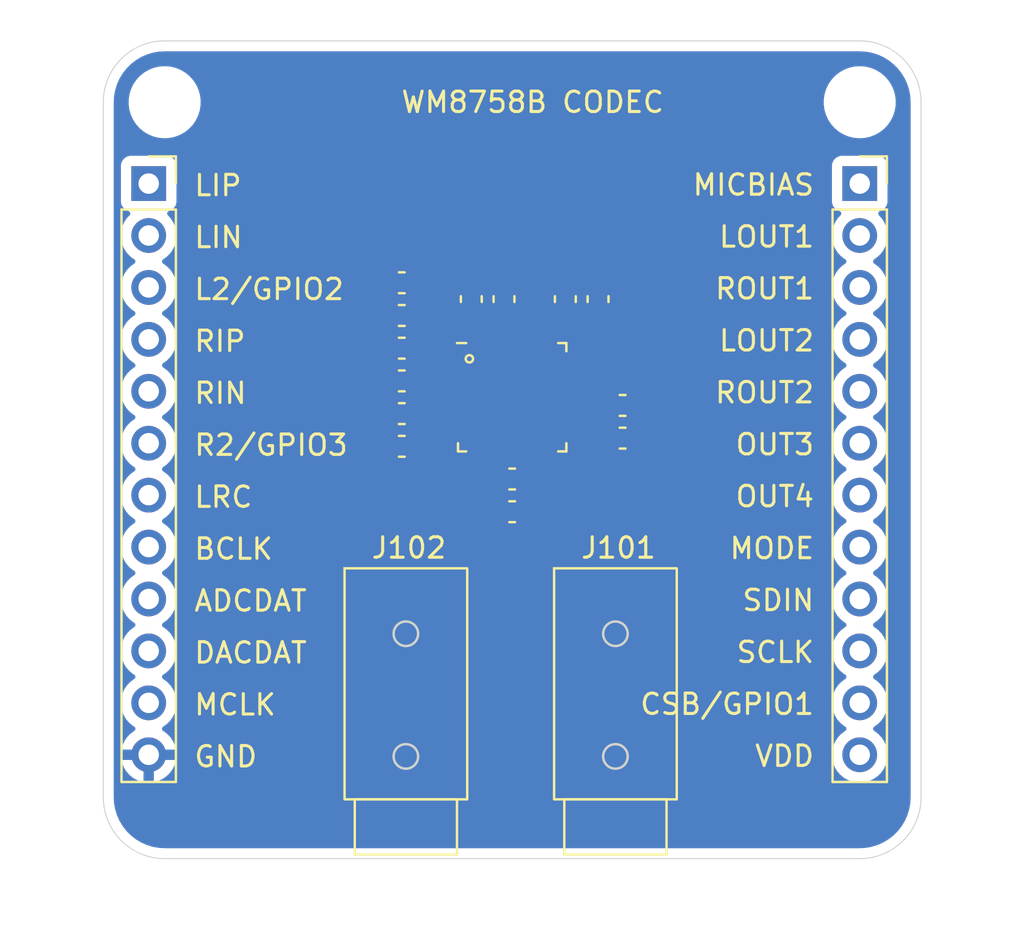
<source format=kicad_pcb>
(kicad_pcb (version 20211014) (generator pcbnew)
  (layers (0 "F.Cu" signal) (31 "B.Cu" signal) (34 "B.Paste" user) (35 "F.Paste" user) (36 "B.SilkS" user "B.Silkscreen") (37 "F.SilkS" user "F.Silkscreen") (38 "B.Mask" user) (39 "F.Mask" user) (44 "Edge.Cuts" user))
  (net 0 "")
  (net 1 "GND")
  (net 2 "VDD")
  (net 3 "MICBIAS")
  (net 4 "Net-(C5-Pad1)")
  (net 5 "L2_GPIO2")
  (net 6 "R2_GPIO3")
  (net 7 "Net-(C10-Pad1)")
  (net 8 "DACDAT")
  (net 9 "ADCDAT")
  (net 10 "BCLK")
  (net 11 "LRC")
  (net 12 "RIN")
  (net 13 "RIP")
  (net 14 "LIN")
  (net 15 "LIP")
  (net 16 "LOUT1")
  (net 17 "ROUT1")
  (net 18 "LOUT2")
  (net 19 "ROUT2")
  (net 20 "OUT3")
  (net 21 "OUT4")
  (net 22 "MODE")
  (net 23 "SDIN")
  (net 24 "SCLK")
  (net 25 "CSB_GPIO1")
  (net 26 "MCLK")
  (net 27 "Net-(C8-Pad1)")
  (net 28 "Net-(C12-Pad2)")
  (net 29 "Net-(C13-Pad1)")
  (net 30 "Net-(C11-Pad2)")
  (net 31 "Net-(C15-Pad1)")
  (net 32 "Net-(C16-Pad1)")
  (net 33 "Net-(C19-Pad2)")
  (footprint "Connector_PinSocket_2.54mm:PinSocket_1x12_P2.54mm_Vertical" (layer "F.Cu") (at 132.22 86.98)
    (fp_text reference "J1")
    (fp_text value "Conn_01x12")
    (fp_line (start -1.33 1.27) (end -1.33 29.27) (layer "F.SilkS") (width 0.12))
    (fp_line (start 1.33 -1.33) (end 1.33 0) (layer "F.SilkS") (width 0.12))
    (fp_line (start -1.33 1.27) (end 1.33 1.27) (layer "F.SilkS") (width 0.12))
    (fp_line (start -1.33 29.27) (end 1.33 29.27) (layer "F.SilkS") (width 0.12))
    (fp_line (start 1.33 1.27) (end 1.33 29.27) (layer "F.SilkS") (width 0.12))
    (fp_line (start 0 -1.33) (end 1.33 -1.33) (layer "F.SilkS") (width 0.12))
    (pad "1" thru_hole rect locked (at 0 0) (size 1.7 1.7) (drill 1) (layers *.Cu *.Mask) (net 15 "LIP"))
    (pad "2" thru_hole oval locked (at 0 2.54) (size 1.7 1.7) (drill 1) (layers *.Cu *.Mask) (net 14 "LIN"))
    (pad "3" thru_hole oval locked (at 0 5.08) (size 1.7 1.7) (drill 1) (layers *.Cu *.Mask) (net 5 "L2_GPIO2"))
    (pad "4" thru_hole oval locked (at 0 7.62) (size 1.7 1.7) (drill 1) (layers *.Cu *.Mask) (net 13 "RIP"))
    (pad "5" thru_hole oval locked (at 0 10.16) (size 1.7 1.7) (drill 1) (layers *.Cu *.Mask) (net 12 "RIN"))
    (pad "6" thru_hole oval locked (at 0 12.7) (size 1.7 1.7) (drill 1) (layers *.Cu *.Mask) (net 6 "R2_GPIO3"))
    (pad "7" thru_hole oval locked (at 0 15.24) (size 1.7 1.7) (drill 1) (layers *.Cu *.Mask) (net 11 "LRC"))
    (pad "8" thru_hole oval locked (at 0 17.78) (size 1.7 1.7) (drill 1) (layers *.Cu *.Mask) (net 10 "BCLK"))
    (pad "9" thru_hole oval locked (at 0 20.32) (size 1.7 1.7) (drill 1) (layers *.Cu *.Mask) (net 9 "ADCDAT"))
    (pad "10" thru_hole oval locked (at 0 22.86) (size 1.7 1.7) (drill 1) (layers *.Cu *.Mask) (net 8 "DACDAT"))
    (pad "11" thru_hole oval locked (at 0 25.4) (size 1.7 1.7) (drill 1) (layers *.Cu *.Mask) (net 26 "MCLK"))
    (pad "12" thru_hole oval locked (at 0 27.94) (size 1.7 1.7) (drill 1) (layers *.Cu *.Mask) (net 1 "GND"))
  )
  (footprint "Capacitor_SMD:C_0603_1608Metric" (layer "F.Cu") (at 144.6 99.83125 180)
    (fp_text reference "C8")
    (fp_text value "1uF")
    (fp_line (start -0.14058 -0.51) (end 0.14058 -0.51) (layer "F.SilkS") (width 0.12))
    (fp_line (start -0.14058 0.51) (end 0.14058 0.51) (layer "F.SilkS") (width 0.12))
    (pad "1" smd roundrect locked (at -0.775 0 180) (size 0.9 0.95) (layers "F.Cu" "F.Paste" "F.Mask") (net 27 "Net-(C8-Pad1)"))
    (pad "2" smd roundrect locked (at 0.775 0 180) (size 0.9 0.95) (layers "F.Cu" "F.Paste" "F.Mask") (net 6 "R2_GPIO3"))
  )
  (footprint "Capacitor_SMD:C_0603_1608Metric" (layer "F.Cu") (at 144.6 95.03125 180)
    (fp_text reference "C10")
    (fp_text value "1uF")
    (fp_line (start -0.14058 0.51) (end 0.14058 0.51) (layer "F.SilkS") (width 0.12))
    (fp_line (start -0.14058 -0.51) (end 0.14058 -0.51) (layer "F.SilkS") (width 0.12))
    (pad "1" smd roundrect locked (at -0.775 0 180) (size 0.9 0.95) (layers "F.Cu" "F.Paste" "F.Mask") (net 7 "Net-(C10-Pad1)"))
    (pad "2" smd roundrect locked (at 0.775 0 180) (size 0.9 0.95) (layers "F.Cu" "F.Paste" "F.Mask") (net 5 "L2_GPIO2"))
  )
  (footprint "Capacitor_SMD:C_0603_1608Metric" (layer "F.Cu") (at 150 103.03125)
    (fp_text reference "C4")
    (fp_text value "4.7uF")
    (fp_line (start -0.14058 -0.51) (end 0.14058 -0.51) (layer "F.SilkS") (width 0.12))
    (fp_line (start -0.14058 0.51) (end 0.14058 0.51) (layer "F.SilkS") (width 0.12))
    (pad "1" smd roundrect locked (at -0.775 0) (size 0.9 0.95) (layers "F.Cu" "F.Paste" "F.Mask") (net 1 "GND"))
    (pad "2" smd roundrect locked (at 0.775 0) (size 0.9 0.95) (layers "F.Cu" "F.Paste" "F.Mask") (net 2 "VDD"))
  )
  (footprint "Capacitor_SMD:C_0603_1608Metric" (layer "F.Cu") (at 150 101.43125)
    (fp_text reference "C3")
    (fp_text value "4.7uF")
    (fp_line (start -0.14058 0.51) (end 0.14058 0.51) (layer "F.SilkS") (width 0.12))
    (fp_line (start -0.14058 -0.51) (end 0.14058 -0.51) (layer "F.SilkS") (width 0.12))
    (pad "1" smd roundrect locked (at -0.775 0) (size 0.9 0.95) (layers "F.Cu" "F.Paste" "F.Mask") (net 1 "GND"))
    (pad "2" smd roundrect locked (at 0.775 0) (size 0.9 0.95) (layers "F.Cu" "F.Paste" "F.Mask") (net 2 "VDD"))
  )
  (footprint "Capacitor_SMD:C_0603_1608Metric" (layer "F.Cu") (at 155.4 99.43125 180)
    (fp_text reference "C12")
    (fp_text value "4.7uF")
    (fp_line (start -0.14058 -0.51) (end 0.14058 -0.51) (layer "F.SilkS") (width 0.12))
    (fp_line (start -0.14058 0.51) (end 0.14058 0.51) (layer "F.SilkS") (width 0.12))
    (pad "1" smd roundrect locked (at -0.775 0 180) (size 0.9 0.95) (layers "F.Cu" "F.Paste" "F.Mask") (net 1 "GND"))
    (pad "2" smd roundrect locked (at 0.775 0 180) (size 0.9 0.95) (layers "F.Cu" "F.Paste" "F.Mask") (net 28 "Net-(C12-Pad2)"))
  )
  (footprint "Capacitor_SMD:C_0603_1608Metric" (layer "F.Cu") (at 155.4 97.83125)
    (fp_text reference "C13")
    (fp_text value "4.7uF")
    (fp_line (start -0.14058 -0.51) (end 0.14058 -0.51) (layer "F.SilkS") (width 0.12))
    (fp_line (start -0.14058 0.51) (end 0.14058 0.51) (layer "F.SilkS") (width 0.12))
    (pad "1" smd roundrect locked (at -0.775 0) (size 0.9 0.95) (layers "F.Cu" "F.Paste" "F.Mask") (net 29 "Net-(C13-Pad1)"))
    (pad "2" smd roundrect locked (at 0.775 0) (size 0.9 0.95) (layers "F.Cu" "F.Paste" "F.Mask") (net 1 "GND"))
  )
  (footprint "Capacitor_SMD:C_0603_1608Metric" (layer "F.Cu") (at 148 92.63125 90)
    (fp_text reference "C6")
    (fp_text value "4.7uF")
    (fp_line (start -0.14058 -0.51) (end 0.14058 -0.51) (layer "F.SilkS") (width 0.12))
    (fp_line (start -0.14058 0.51) (end 0.14058 0.51) (layer "F.SilkS") (width 0.12))
    (pad "1" smd roundrect locked (at -0.775 0 90) (size 0.9 0.95) (layers "F.Cu" "F.Paste" "F.Mask") (net 3 "MICBIAS"))
    (pad "2" smd roundrect locked (at 0.775 0 90) (size 0.9 0.95) (layers "F.Cu" "F.Paste" "F.Mask") (net 1 "GND"))
  )
  (footprint "Capacitor_SMD:C_0603_1608Metric" (layer "F.Cu") (at 154.2 92.63125 90)
    (fp_text reference "C2")
    (fp_text value "4.7uF")
    (fp_line (start -0.14058 -0.51) (end 0.14058 -0.51) (layer "F.SilkS") (width 0.12))
    (fp_line (start -0.14058 0.51) (end 0.14058 0.51) (layer "F.SilkS") (width 0.12))
    (pad "1" smd roundrect locked (at -0.775 0 90) (size 0.9 0.95) (layers "F.Cu" "F.Paste" "F.Mask") (net 2 "VDD"))
    (pad "2" smd roundrect locked (at 0.775 0 90) (size 0.9 0.95) (layers "F.Cu" "F.Paste" "F.Mask") (net 1 "GND"))
  )
  (footprint "Capacitor_SMD:C_0603_1608Metric" (layer "F.Cu") (at 152.6 92.63125 90)
    (fp_text reference "C5")
    (fp_text value "4.7uF")
    (fp_line (start -0.14058 0.51) (end 0.14058 0.51) (layer "F.SilkS") (width 0.12))
    (fp_line (start -0.14058 -0.51) (end 0.14058 -0.51) (layer "F.SilkS") (width 0.12))
    (pad "1" smd roundrect locked (at -0.775 0 90) (size 0.9 0.95) (layers "F.Cu" "F.Paste" "F.Mask") (net 4 "Net-(C5-Pad1)"))
    (pad "2" smd roundrect locked (at 0.775 0 90) (size 0.9 0.95) (layers "F.Cu" "F.Paste" "F.Mask") (net 1 "GND"))
  )
  (footprint "Capacitor_SMD:C_0603_1608Metric" (layer "F.Cu") (at 149.6 92.63125 90)
    (fp_text reference "C1")
    (fp_text value "4.7uF")
    (fp_line (start -0.14058 0.51) (end 0.14058 0.51) (layer "F.SilkS") (width 0.12))
    (fp_line (start -0.14058 -0.51) (end 0.14058 -0.51) (layer "F.SilkS") (width 0.12))
    (pad "1" smd roundrect locked (at -0.775 0 90) (size 0.9 0.95) (layers "F.Cu" "F.Paste" "F.Mask") (net 2 "VDD"))
    (pad "2" smd roundrect locked (at 0.775 0 90) (size 0.9 0.95) (layers "F.Cu" "F.Paste" "F.Mask") (net 1 "GND"))
  )
  (footprint "Connector_PinSocket_2.54mm:PinSocket_1x12_P2.54mm_Vertical" (layer "F.Cu") (at 167 86.98)
    (fp_text reference "J2")
    (fp_text value "Conn_01x12")
    (fp_line (start 0 -1.33) (end 1.33 -1.33) (layer "F.SilkS") (width 0.12))
    (fp_line (start -1.33 1.27) (end -1.33 29.27) (layer "F.SilkS") (width 0.12))
    (fp_line (start 1.33 -1.33) (end 1.33 0) (layer "F.SilkS") (width 0.12))
    (fp_line (start 1.33 1.27) (end 1.33 29.27) (layer "F.SilkS") (width 0.12))
    (fp_line (start -1.33 1.27) (end 1.33 1.27) (layer "F.SilkS") (width 0.12))
    (fp_line (start -1.33 29.27) (end 1.33 29.27) (layer "F.SilkS") (width 0.12))
    (pad "1" thru_hole rect locked (at 0 0) (size 1.7 1.7) (drill 1) (layers *.Cu *.Mask) (net 3 "MICBIAS"))
    (pad "2" thru_hole oval locked (at 0 2.54) (size 1.7 1.7) (drill 1) (layers *.Cu *.Mask) (net 16 "LOUT1"))
    (pad "3" thru_hole oval locked (at 0 5.08) (size 1.7 1.7) (drill 1) (layers *.Cu *.Mask) (net 17 "ROUT1"))
    (pad "4" thru_hole oval locked (at 0 7.62) (size 1.7 1.7) (drill 1) (layers *.Cu *.Mask) (net 18 "LOUT2"))
    (pad "5" thru_hole oval locked (at 0 10.16) (size 1.7 1.7) (drill 1) (layers *.Cu *.Mask) (net 19 "ROUT2"))
    (pad "6" thru_hole oval locked (at 0 12.7) (size 1.7 1.7) (drill 1) (layers *.Cu *.Mask) (net 20 "OUT3"))
    (pad "7" thru_hole oval locked (at 0 15.24) (size 1.7 1.7) (drill 1) (layers *.Cu *.Mask) (net 21 "OUT4"))
    (pad "8" thru_hole oval locked (at 0 17.78) (size 1.7 1.7) (drill 1) (layers *.Cu *.Mask) (net 22 "MODE"))
    (pad "9" thru_hole oval locked (at 0 20.32) (size 1.7 1.7) (drill 1) (layers *.Cu *.Mask) (net 23 "SDIN"))
    (pad "10" thru_hole oval locked (at 0 22.86) (size 1.7 1.7) (drill 1) (layers *.Cu *.Mask) (net 24 "SCLK"))
    (pad "11" thru_hole oval locked (at 0 25.4) (size 1.7 1.7) (drill 1) (layers *.Cu *.Mask) (net 25 "CSB_GPIO1"))
    (pad "12" thru_hole oval locked (at 0 27.94) (size 1.7 1.7) (drill 1) (layers *.Cu *.Mask) (net 2 "VDD"))
  )
  (footprint "WM8758B_breakout:WM8758B" (layer "F.Cu") (at 150 97.43125)
    (fp_text reference "U1")
    (fp_text value "WM8758B")
    (fp_line (start 2.25 -2.65) (end 2.65 -2.65) (layer "F.SilkS") (width 0.12))
    (fp_line (start -2.25 2.65) (end -2.65 2.65) (layer "F.SilkS") (width 0.12))
    (fp_line (start 2.65 2.65) (end 2.65 2.25) (layer "F.SilkS") (width 0.12))
    (fp_line (start 2.25 2.65) (end 2.65 2.65) (layer "F.SilkS") (width 0.12))
    (fp_line (start -2.25 -2.65) (end -2.7 -2.65) (layer "F.SilkS") (width 0.12))
    (fp_line (start -2.65 2.65) (end -2.65 2.25) (layer "F.SilkS") (width 0.12))
    (fp_line (start 2.65 -2.65) (end 2.65 -2.25) (layer "F.SilkS") (width 0.12))
    (pad "1" smd rect locked (at -2.3 -1.75 90) (size 0.2 0.4) (layers "F.Cu" "F.Paste" "F.Mask") (net 31 "Net-(C15-Pad1)"))
    (pad "2" smd rect locked (at -2.3 -1.25 90) (size 0.2 0.4) (layers "F.Cu" "F.Paste" "F.Mask") (net 32 "Net-(C16-Pad1)"))
    (pad "3" smd rect locked (at -2.3 -0.75 90) (size 0.2 0.4) (layers "F.Cu" "F.Paste" "F.Mask") (net 7 "Net-(C10-Pad1)"))
    (pad "4" smd rect locked (at -2.3 -0.25 90) (size 0.2 0.4) (layers "F.Cu" "F.Paste" "F.Mask") (net 33 "Net-(C19-Pad2)"))
    (pad "5" smd rect locked (at -2.3 0.25 90) (size 0.2 0.4) (layers "F.Cu" "F.Paste" "F.Mask") (net 30 "Net-(C11-Pad2)"))
    (pad "6" smd rect locked (at -2.3 0.75 90) (size 0.2 0.4) (layers "F.Cu" "F.Paste" "F.Mask") (net 27 "Net-(C8-Pad1)"))
    (pad "7" smd rect locked (at -2.3 1.25 90) (size 0.2 0.4) (layers "F.Cu" "F.Paste" "F.Mask") (net 11 "LRC"))
    (pad "8" smd rect locked (at -2.3 1.75 90) (size 0.2 0.4) (layers "F.Cu" "F.Paste" "F.Mask") (net 10 "BCLK"))
    (pad "9" smd rect locked (at -1.75 2.3) (size 0.2 0.4) (layers "F.Cu" "F.Paste" "F.Mask") (net 9 "ADCDAT"))
    (pad "10" smd rect locked (at -1.25 2.3) (size 0.2 0.4) (layers "F.Cu" "F.Paste" "F.Mask") (net 8 "DACDAT"))
    (pad "11" smd rect locked (at -0.75 2.3) (size 0.2 0.4) (layers "F.Cu" "F.Paste" "F.Mask") (net 26 "MCLK"))
    (pad "12" smd rect locked (at -0.25 2.3) (size 0.2 0.4) (layers "F.Cu" "F.Paste" "F.Mask") (net 1 "GND"))
    (pad "13" smd rect locked (at 0.25 2.3) (size 0.2 0.4) (layers "F.Cu" "F.Paste" "F.Mask") (net 2 "VDD"))
    (pad "14" smd rect locked (at 0.75 2.3) (size 0.2 0.4) (layers "F.Cu" "F.Paste" "F.Mask") (net 2 "VDD"))
    (pad "15" smd rect locked (at 1.25 2.3) (size 0.2 0.4) (layers "F.Cu" "F.Paste" "F.Mask") (net 25 "CSB_GPIO1"))
    (pad "16" smd rect locked (at 1.75 2.3) (size 0.2 0.4) (layers "F.Cu" "F.Paste" "F.Mask") (net 24 "SCLK"))
    (pad "17" smd rect locked (at 2.3 1.75 90) (size 0.2 0.4) (layers "F.Cu" "F.Paste" "F.Mask") (net 23 "SDIN"))
    (pad "18" smd rect locked (at 2.3 1.25 90) (size 0.2 0.4) (layers "F.Cu" "F.Paste" "F.Mask") (net 22 "MODE"))
    (pad "19" smd rect locked (at 2.3 0.75 90) (size 0.2 0.4) (layers "F.Cu" "F.Paste" "F.Mask") (net 28 "Net-(C12-Pad2)"))
    (pad "20" smd rect locked (at 2.3 0.25 90) (size 0.2 0.4) (layers "F.Cu" "F.Paste" "F.Mask") (net 29 "Net-(C13-Pad1)"))
    (pad "21" smd rect locked (at 2.3 -0.25 90) (size 0.2 0.4) (layers "F.Cu" "F.Paste" "F.Mask") (net 21 "OUT4"))
    (pad "22" smd rect locked (at 2.3 -0.75 90) (size 0.2 0.4) (layers "F.Cu" "F.Paste" "F.Mask") (net 20 "OUT3"))
    (pad "23" smd rect locked (at 2.3 -1.25 90) (size 0.2 0.4) (layers "F.Cu" "F.Paste" "F.Mask") (net 19 "ROUT2"))
    (pad "24" smd rect locked (at 2.3 -1.75 90) (size 0.2 0.4) (layers "F.Cu" "F.Paste" "F.Mask") (net 1 "GND"))
    (pad "25" smd rect locked (at 1.75 -2.3) (size 0.2 0.4) (layers "F.Cu" "F.Paste" "F.Mask") (net 18 "LOUT2"))
    (pad "26" smd rect locked (at 1.25 -2.3) (size 0.2 0.4) (layers "F.Cu" "F.Paste" "F.Mask") (net 2 "VDD"))
    (pad "27" smd rect locked (at 0.75 -2.3) (size 0.2 0.4) (layers "F.Cu" "F.Paste" "F.Mask") (net 4 "Net-(C5-Pad1)"))
    (pad "28" smd rect locked (at 0.25 -2.3) (size 0.2 0.4) (layers "F.Cu" "F.Paste" "F.Mask") (net 1 "GND"))
    (pad "29" smd rect locked (at -0.25 -2.3) (size 0.2 0.4) (layers "F.Cu" "F.Paste" "F.Mask") (net 17 "ROUT1"))
    (pad "30" smd rect locked (at -0.75 -2.3) (size 0.2 0.4) (layers "F.Cu" "F.Paste" "F.Mask") (net 16 "LOUT1"))
    (pad "31" smd rect locked (at -1.25 -2.3) (size 0.2 0.4) (layers "F.Cu" "F.Paste" "F.Mask") (net 2 "VDD"))
    (pad "32" smd rect locked (at -1.75 -2.3) (size 0.2 0.4) (layers "F.Cu" "F.Paste" "F.Mask") (net 3 "MICBIAS"))
    (pad "33" smd rect locked (at -1.29375 0.43125) (size 0.8625 0.8625) (layers "F.Cu" "F.Paste" "F.Mask") (net 1 "GND"))
    (pad "33" smd rect locked (at 0.43125 1.29375) (size 0.8625 0.8625) (layers "F.Cu" "F.Paste" "F.Mask") (net 1 "GND"))
    (pad "33" smd rect locked (at 1.29375 1.29375) (size 0.8625 0.8625) (layers "F.Cu" "F.Paste" "F.Mask") (net 1 "GND"))
    (pad "33" smd rect locked (at 0.43125 0.43125) (size 0.8625 0.8625) (layers "F.Cu" "F.Paste" "F.Mask") (net 1 "GND"))
    (pad "33" smd rect locked (at 1.29375 -1.29375) (size 0.8625 0.8625) (layers "F.Cu" "F.Paste" "F.Mask") (net 1 "GND"))
    (pad "33" smd rect locked (at -1.29375 1.29375) (size 0.8625 0.8625) (layers "F.Cu" "F.Paste" "F.Mask") (net 1 "GND"))
    (pad "33" smd rect locked (at -0.43125 -0.43125) (size 0.8625 0.8625) (layers "F.Cu" "F.Paste" "F.Mask") (net 1 "GND"))
    (pad "33" smd rect locked (at 1.29375 0.43125) (size 0.8625 0.8625) (layers "F.Cu" "F.Paste" "F.Mask") (net 1 "GND"))
    (pad "33" smd rect locked (at -1.29375 -1.29375) (size 0.8625 0.8625) (layers "F.Cu" "F.Paste" "F.Mask") (net 1 "GND"))
    (pad "33" smd rect locked (at 0.43125 -1.29375) (size 0.8625 0.8625) (layers "F.Cu" "F.Paste" "F.Mask") (net 1 "GND"))
    (pad "33" smd rect locked (at 0.43125 -0.43125) (size 0.8625 0.8625) (layers "F.Cu" "F.Paste" "F.Mask") (net 1 "GND"))
    (pad "33" smd rect locked (at 1.29375 -0.43125) (size 0.8625 0.8625) (layers "F.Cu" "F.Paste" "F.Mask") (net 1 "GND"))
    (pad "33" smd rect locked (at -0.43125 1.29375) (size 0.8625 0.8625) (layers "F.Cu" "F.Paste" "F.Mask") (net 1 "GND"))
    (pad "33" smd rect locked (at -0.43125 0.43125) (size 0.8625 0.8625) (layers "F.Cu" "F.Paste" "F.Mask") (net 1 "GND"))
    (pad "33" smd rect locked (at -1.29375 -0.43125) (size 0.8625 0.8625) (layers "F.Cu" "F.Paste" "F.Mask") (net 1 "GND"))
    (pad "33" smd rect locked (at -0.43125 -1.29375) (size 0.8625 0.8625) (layers "F.Cu" "F.Paste" "F.Mask") (net 1 "GND"))
  )
  (footprint "Capacitor_SMD:C_0603_1608Metric" (layer "F.Cu") (at 144.6 98.23125)
    (fp_text reference "C11")
    (fp_text value "1uF")
    (fp_line (start -0.14058 0.51) (end 0.14058 0.51) (layer "F.SilkS") (width 0.12))
    (fp_line (start -0.14058 -0.51) (end 0.14058 -0.51) (layer "F.SilkS") (width 0.12))
    (pad "1" smd roundrect locked (at -0.775 0) (size 0.9 0.95) (layers "F.Cu" "F.Paste" "F.Mask") (net 12 "RIN"))
    (pad "2" smd roundrect locked (at 0.775 0) (size 0.9 0.95) (layers "F.Cu" "F.Paste" "F.Mask") (net 30 "Net-(C11-Pad2)"))
  )
  (footprint "Capacitor_SMD:C_0603_1608Metric" (layer "F.Cu") (at 144.6 91.83125 180)
    (fp_text reference "C15")
    (fp_text value "1uF")
    (fp_line (start -0.14058 -0.51) (end 0.14058 -0.51) (layer "F.SilkS") (width 0.12))
    (fp_line (start -0.14058 0.51) (end 0.14058 0.51) (layer "F.SilkS") (width 0.12))
    (pad "1" smd roundrect locked (at -0.775 0 180) (size 0.9 0.95) (layers "F.Cu" "F.Paste" "F.Mask") (net 31 "Net-(C15-Pad1)"))
    (pad "2" smd roundrect locked (at 0.775 0 180) (size 0.9 0.95) (layers "F.Cu" "F.Paste" "F.Mask") (net 15 "LIP"))
  )
  (footprint "Capacitor_SMD:C_0603_1608Metric" (layer "F.Cu") (at 144.6 93.43125 180)
    (fp_text reference "C16")
    (fp_text value "1uF")
    (fp_line (start -0.14058 -0.51) (end 0.14058 -0.51) (layer "F.SilkS") (width 0.12))
    (fp_line (start -0.14058 0.51) (end 0.14058 0.51) (layer "F.SilkS") (width 0.12))
    (pad "1" smd roundrect locked (at -0.775 0 180) (size 0.9 0.95) (layers "F.Cu" "F.Paste" "F.Mask") (net 32 "Net-(C16-Pad1)"))
    (pad "2" smd roundrect locked (at 0.775 0 180) (size 0.9 0.95) (layers "F.Cu" "F.Paste" "F.Mask") (net 14 "LIN"))
  )
  (footprint "Capacitor_SMD:C_0603_1608Metric" (layer "F.Cu") (at 144.6 96.63125)
    (fp_text reference "C19")
    (fp_text value "1uF")
    (fp_line (start -0.14058 0.51) (end 0.14058 0.51) (layer "F.SilkS") (width 0.12))
    (fp_line (start -0.14058 -0.51) (end 0.14058 -0.51) (layer "F.SilkS") (width 0.12))
    (pad "1" smd roundrect locked (at -0.775 0) (size 0.9 0.95) (layers "F.Cu" "F.Paste" "F.Mask") (net 13 "RIP"))
    (pad "2" smd roundrect locked (at 0.775 0) (size 0.9 0.95) (layers "F.Cu" "F.Paste" "F.Mask") (net 33 "Net-(C19-Pad2)"))
  )
  (footprint "WM8758B_breakout:PJ-320B-3A" (layer "F.Cu") (at 155.05 117.1)
    (fp_text reference "J101" (at 0.15 -12.3 unlocked) (layer "F.SilkS"))
    (fp_text value "AudioJack3")
    (fp_rect (start 2.5 2.7) (end -2.5 0) (layer "F.SilkS") (width 0.12) (fill none))
    (fp_rect (start -3 -11.3) (end 3 0) (layer "F.SilkS") (width 0.12) (fill none))
    (fp_circle (center 0 -8.1) (end 0.6 -8.1) (layer "Edge.Cuts") (width 0.12) (fill none))
    (fp_circle (center 0 -2.1) (end 0.6 -2.1) (layer "Edge.Cuts") (width 0.12) (fill none))
    (pad "R" smd rect (at -3.75 -4.1) (size 3.5 1.5) (layers "F.Cu" "F.Paste" "F.Mask"))
    (pad "S" smd rect (at 3.75 -2.1) (size 3.5 1.5) (layers "F.Cu" "F.Paste" "F.Mask") (net 1 "GND"))
    (pad "T" smd rect (at 3.7 -8.85) (size 3.5 1.5) (layers "F.Cu" "F.Paste" "F.Mask"))
  )
  (footprint "MountingHole:MountingHole_2.5mm" (layer "F.Cu") (at 167 83)
    (fp_text reference "REF**")
    (fp_text value "MountingHole_2.5mm")
    (pad "" np_thru_hole circle locked (at 0 0) (size 2.5 2.5) (drill 2.5) (layers *.Cu *.Mask))
  )
  (footprint "WM8758B_breakout:PJ-320B-3A" (layer "F.Cu") (at 144.8 117.1)
    (fp_text reference "J102" (at 0.15 -12.3 unlocked) (layer "F.SilkS"))
    (fp_text value "AudioJack3")
    (fp_rect (start -3 -11.3) (end 3 0) (layer "F.SilkS") (width 0.12) (fill none))
    (fp_rect (start 2.5 2.7) (end -2.5 0) (layer "F.SilkS") (width 0.12) (fill none))
    (fp_circle (center 0 -2.1) (end 0.6 -2.1) (layer "Edge.Cuts") (width 0.12) (fill none))
    (fp_circle (center 0 -8.1) (end 0.6 -8.1) (layer "Edge.Cuts") (width 0.12) (fill none))
    (pad "R" smd rect (at -3.75 -4.1) (size 3.5 1.5) (layers "F.Cu" "F.Paste" "F.Mask"))
    (pad "S" smd rect (at 3.75 -2.1) (size 3.5 1.5) (layers "F.Cu" "F.Paste" "F.Mask") (net 1 "GND"))
    (pad "T" smd rect (at 3.7 -8.85) (size 3.5 1.5) (layers "F.Cu" "F.Paste" "F.Mask"))
  )
  (footprint "MountingHole:MountingHole_2.5mm" (layer "F.Cu") (at 133 83)
    (fp_text reference "REF**")
    (fp_text value "MountingHole_2.5mm")
    (pad "" np_thru_hole circle locked (at 0 0) (size 2.5 2.5) (drill 2.5) (layers *.Cu *.Mask))
  )
  (gr_circle (center 147.907 95.55125) (end 147.78 95.67825) (layer "F.SilkS") (width 0.12) (fill none))
  (gr_arc (start 167 80) (mid 169.12132 80.87868) (end 170 83) (layer "Edge.Cuts") (width 0.05))
  (gr_line (start 130 117) (end 130 83) (layer "Edge.Cuts") (width 0.05))
  (gr_arc (start 130 83) (mid 130.87868 80.87868) (end 133 80) (layer "Edge.Cuts") (width 0.05))
  (gr_line (start 167 120) (end 133 120) (layer "Edge.Cuts") (width 0.05))
  (gr_line (start 170 83) (end 170 117) (layer "Edge.Cuts") (width 0.05))
  (gr_line (start 133 80) (end 167 80) (layer "Edge.Cuts") (width 0.05))
  (gr_arc (start 170 117) (mid 169.12132 119.12132) (end 167 120) (layer "Edge.Cuts") (width 0.05))
  (gr_arc (start 133 120) (mid 130.87868 119.12132) (end 130 117) (layer "Edge.Cuts") (width 0.05))
  (gr_text "ROUT1" (at 164.850762 92.124701) (layer "F.SilkS") (effects (font (size 1 1)) (justify right)))
  (gr_text "LOUT1" (at 164.850762 89.584701) (layer "F.SilkS") (effects (font (size 1 1)) (justify right)))
  (gr_text "MICBIAS" (at 164.850762 87.044701) (layer "F.SilkS") (effects (font (size 1 1)) (justify right)))
  (gr_text "GND" (at 134.367999 115.011949) (layer "F.SilkS") (effects (font (size 1 1)) (justify left)))
  (gr_text "MCLK" (at 134.367999 112.471949) (layer "F.SilkS") (effects (font (size 1 1)) (justify left)))
  (gr_text "DACDAT" (at 134.367999 109.931949) (layer "F.SilkS") (effects (font (size 1 1)) (justify left)))
  (gr_text "ADCDAT" (at 134.367999 107.391949) (layer "F.SilkS") (effects (font (size 1 1)) (justify left)))
  (gr_text "BCLK" (at 134.367999 104.851949) (layer "F.SilkS") (effects (font (size 1 1)) (justify left)))
  (gr_text "LRC" (at 134.367999 102.311949) (layer "F.SilkS") (effects (font (size 1 1)) (justify left)))
  (gr_text "R2/GPIO3" (at 134.367999 99.771949) (layer "F.SilkS") (effects (font (size 1 1)) (justify left)))
  (gr_text "RIN" (at 134.367999 97.231949) (layer "F.SilkS") (effects (font (size 1 1)) (justify left)))
  (gr_text "RIP" (at 134.367999 94.691949) (layer "F.SilkS") (effects (font (size 1 1)) (justify left)))
  (gr_text "L2/GPIO2" (at 134.367999 92.151949) (layer "F.SilkS") (effects (font (size 1 1)) (justify left)))
  (gr_text "LIN" (at 134.367999 89.611949) (layer "F.SilkS") (effects (font (size 1 1)) (justify left)))
  (gr_text "LIP" (at 134.367999 87.071949) (layer "F.SilkS") (effects (font (size 1 1)) (justify left)))
  (gr_text "VDD" (at 164.850762 114.984701) (layer "F.SilkS") (effects (font (size 1 1)) (justify right)))
  (gr_text "CSB/GPIO1" (at 164.850762 112.444701) (layer "F.SilkS") (effects (font (size 1 1)) (justify right)))
  (gr_text "SCLK" (at 164.850762 109.904701) (layer "F.SilkS") (effects (font (size 1 1)) (justify right)))
  (gr_text "LOUT2" (at 164.850762 94.664701) (layer "F.SilkS") (effects (font (size 1 1)) (justify right)))
  (gr_text "ROUT2" (at 164.850762 97.204701) (layer "F.SilkS") (effects (font (size 1 1)) (justify right)))
  (gr_text "OUT3" (at 164.850762 99.744701) (layer "F.SilkS") (effects (font (size 1 1)) (justify right)))
  (gr_text "SDIN" (at 164.850762 107.364701) (layer "F.SilkS") (effects (font (size 1 1)) (justify right)))
  (gr_text "OUT4" (at 164.850762 102.284701) (layer "F.SilkS") (effects (font (size 1 1)) (justify right)))
  (gr_text "MODE" (at 164.850762 104.824701) (layer "F.SilkS") (effects (font (size 1 1)) (justify right)))
  (gr_text "WM8758B CODEC" (at 151 83) (layer "F.SilkS") (effects (font (size 1 1))))
  (zone (net 1) (net_name "GND") (layer "B.Cu") (connect_pads (clearance 0.508)) (min_thickness 0.254) (fill yes (thermal_gap 0.508) (thermal_bridge_width 0.508))
    (polygon (pts (xy 172 122) (xy 128 122) (xy 128 78) (xy 172 78)))
  )
)
</source>
